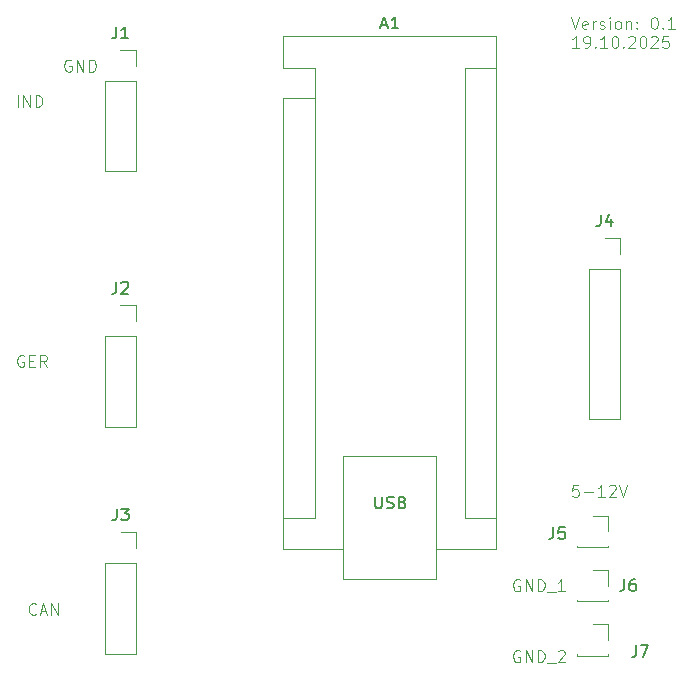
<source format=gbr>
%TF.GenerationSoftware,KiCad,Pcbnew,9.0.5-9.0.5~ubuntu24.04.1*%
%TF.CreationDate,2025-10-19T16:33:04+02:00*%
%TF.ProjectId,MultiClockArduino,4d756c74-6943-46c6-9f63-6b4172647569,0.1*%
%TF.SameCoordinates,Original*%
%TF.FileFunction,Legend,Top*%
%TF.FilePolarity,Positive*%
%FSLAX46Y46*%
G04 Gerber Fmt 4.6, Leading zero omitted, Abs format (unit mm)*
G04 Created by KiCad (PCBNEW 9.0.5-9.0.5~ubuntu24.04.1) date 2025-10-19 16:33:04*
%MOMM*%
%LPD*%
G01*
G04 APERTURE LIST*
%ADD10C,0.100000*%
%ADD11C,0.150000*%
%ADD12C,0.120000*%
G04 APERTURE END LIST*
D10*
X115827693Y-74920038D02*
X115732455Y-74872419D01*
X115732455Y-74872419D02*
X115589598Y-74872419D01*
X115589598Y-74872419D02*
X115446741Y-74920038D01*
X115446741Y-74920038D02*
X115351503Y-75015276D01*
X115351503Y-75015276D02*
X115303884Y-75110514D01*
X115303884Y-75110514D02*
X115256265Y-75300990D01*
X115256265Y-75300990D02*
X115256265Y-75443847D01*
X115256265Y-75443847D02*
X115303884Y-75634323D01*
X115303884Y-75634323D02*
X115351503Y-75729561D01*
X115351503Y-75729561D02*
X115446741Y-75824800D01*
X115446741Y-75824800D02*
X115589598Y-75872419D01*
X115589598Y-75872419D02*
X115684836Y-75872419D01*
X115684836Y-75872419D02*
X115827693Y-75824800D01*
X115827693Y-75824800D02*
X115875312Y-75777180D01*
X115875312Y-75777180D02*
X115875312Y-75443847D01*
X115875312Y-75443847D02*
X115684836Y-75443847D01*
X116303884Y-75872419D02*
X116303884Y-74872419D01*
X116303884Y-74872419D02*
X116875312Y-75872419D01*
X116875312Y-75872419D02*
X116875312Y-74872419D01*
X117351503Y-75872419D02*
X117351503Y-74872419D01*
X117351503Y-74872419D02*
X117589598Y-74872419D01*
X117589598Y-74872419D02*
X117732455Y-74920038D01*
X117732455Y-74920038D02*
X117827693Y-75015276D01*
X117827693Y-75015276D02*
X117875312Y-75110514D01*
X117875312Y-75110514D02*
X117922931Y-75300990D01*
X117922931Y-75300990D02*
X117922931Y-75443847D01*
X117922931Y-75443847D02*
X117875312Y-75634323D01*
X117875312Y-75634323D02*
X117827693Y-75729561D01*
X117827693Y-75729561D02*
X117732455Y-75824800D01*
X117732455Y-75824800D02*
X117589598Y-75872419D01*
X117589598Y-75872419D02*
X117351503Y-75872419D01*
X158161027Y-71262475D02*
X158494360Y-72262475D01*
X158494360Y-72262475D02*
X158827693Y-71262475D01*
X159541979Y-72214856D02*
X159446741Y-72262475D01*
X159446741Y-72262475D02*
X159256265Y-72262475D01*
X159256265Y-72262475D02*
X159161027Y-72214856D01*
X159161027Y-72214856D02*
X159113408Y-72119617D01*
X159113408Y-72119617D02*
X159113408Y-71738665D01*
X159113408Y-71738665D02*
X159161027Y-71643427D01*
X159161027Y-71643427D02*
X159256265Y-71595808D01*
X159256265Y-71595808D02*
X159446741Y-71595808D01*
X159446741Y-71595808D02*
X159541979Y-71643427D01*
X159541979Y-71643427D02*
X159589598Y-71738665D01*
X159589598Y-71738665D02*
X159589598Y-71833903D01*
X159589598Y-71833903D02*
X159113408Y-71929141D01*
X160018170Y-72262475D02*
X160018170Y-71595808D01*
X160018170Y-71786284D02*
X160065789Y-71691046D01*
X160065789Y-71691046D02*
X160113408Y-71643427D01*
X160113408Y-71643427D02*
X160208646Y-71595808D01*
X160208646Y-71595808D02*
X160303884Y-71595808D01*
X160589599Y-72214856D02*
X160684837Y-72262475D01*
X160684837Y-72262475D02*
X160875313Y-72262475D01*
X160875313Y-72262475D02*
X160970551Y-72214856D01*
X160970551Y-72214856D02*
X161018170Y-72119617D01*
X161018170Y-72119617D02*
X161018170Y-72071998D01*
X161018170Y-72071998D02*
X160970551Y-71976760D01*
X160970551Y-71976760D02*
X160875313Y-71929141D01*
X160875313Y-71929141D02*
X160732456Y-71929141D01*
X160732456Y-71929141D02*
X160637218Y-71881522D01*
X160637218Y-71881522D02*
X160589599Y-71786284D01*
X160589599Y-71786284D02*
X160589599Y-71738665D01*
X160589599Y-71738665D02*
X160637218Y-71643427D01*
X160637218Y-71643427D02*
X160732456Y-71595808D01*
X160732456Y-71595808D02*
X160875313Y-71595808D01*
X160875313Y-71595808D02*
X160970551Y-71643427D01*
X161446742Y-72262475D02*
X161446742Y-71595808D01*
X161446742Y-71262475D02*
X161399123Y-71310094D01*
X161399123Y-71310094D02*
X161446742Y-71357713D01*
X161446742Y-71357713D02*
X161494361Y-71310094D01*
X161494361Y-71310094D02*
X161446742Y-71262475D01*
X161446742Y-71262475D02*
X161446742Y-71357713D01*
X162065789Y-72262475D02*
X161970551Y-72214856D01*
X161970551Y-72214856D02*
X161922932Y-72167236D01*
X161922932Y-72167236D02*
X161875313Y-72071998D01*
X161875313Y-72071998D02*
X161875313Y-71786284D01*
X161875313Y-71786284D02*
X161922932Y-71691046D01*
X161922932Y-71691046D02*
X161970551Y-71643427D01*
X161970551Y-71643427D02*
X162065789Y-71595808D01*
X162065789Y-71595808D02*
X162208646Y-71595808D01*
X162208646Y-71595808D02*
X162303884Y-71643427D01*
X162303884Y-71643427D02*
X162351503Y-71691046D01*
X162351503Y-71691046D02*
X162399122Y-71786284D01*
X162399122Y-71786284D02*
X162399122Y-72071998D01*
X162399122Y-72071998D02*
X162351503Y-72167236D01*
X162351503Y-72167236D02*
X162303884Y-72214856D01*
X162303884Y-72214856D02*
X162208646Y-72262475D01*
X162208646Y-72262475D02*
X162065789Y-72262475D01*
X162827694Y-71595808D02*
X162827694Y-72262475D01*
X162827694Y-71691046D02*
X162875313Y-71643427D01*
X162875313Y-71643427D02*
X162970551Y-71595808D01*
X162970551Y-71595808D02*
X163113408Y-71595808D01*
X163113408Y-71595808D02*
X163208646Y-71643427D01*
X163208646Y-71643427D02*
X163256265Y-71738665D01*
X163256265Y-71738665D02*
X163256265Y-72262475D01*
X163732456Y-72167236D02*
X163780075Y-72214856D01*
X163780075Y-72214856D02*
X163732456Y-72262475D01*
X163732456Y-72262475D02*
X163684837Y-72214856D01*
X163684837Y-72214856D02*
X163732456Y-72167236D01*
X163732456Y-72167236D02*
X163732456Y-72262475D01*
X163732456Y-71643427D02*
X163780075Y-71691046D01*
X163780075Y-71691046D02*
X163732456Y-71738665D01*
X163732456Y-71738665D02*
X163684837Y-71691046D01*
X163684837Y-71691046D02*
X163732456Y-71643427D01*
X163732456Y-71643427D02*
X163732456Y-71738665D01*
X165161027Y-71262475D02*
X165256265Y-71262475D01*
X165256265Y-71262475D02*
X165351503Y-71310094D01*
X165351503Y-71310094D02*
X165399122Y-71357713D01*
X165399122Y-71357713D02*
X165446741Y-71452951D01*
X165446741Y-71452951D02*
X165494360Y-71643427D01*
X165494360Y-71643427D02*
X165494360Y-71881522D01*
X165494360Y-71881522D02*
X165446741Y-72071998D01*
X165446741Y-72071998D02*
X165399122Y-72167236D01*
X165399122Y-72167236D02*
X165351503Y-72214856D01*
X165351503Y-72214856D02*
X165256265Y-72262475D01*
X165256265Y-72262475D02*
X165161027Y-72262475D01*
X165161027Y-72262475D02*
X165065789Y-72214856D01*
X165065789Y-72214856D02*
X165018170Y-72167236D01*
X165018170Y-72167236D02*
X164970551Y-72071998D01*
X164970551Y-72071998D02*
X164922932Y-71881522D01*
X164922932Y-71881522D02*
X164922932Y-71643427D01*
X164922932Y-71643427D02*
X164970551Y-71452951D01*
X164970551Y-71452951D02*
X165018170Y-71357713D01*
X165018170Y-71357713D02*
X165065789Y-71310094D01*
X165065789Y-71310094D02*
X165161027Y-71262475D01*
X165922932Y-72167236D02*
X165970551Y-72214856D01*
X165970551Y-72214856D02*
X165922932Y-72262475D01*
X165922932Y-72262475D02*
X165875313Y-72214856D01*
X165875313Y-72214856D02*
X165922932Y-72167236D01*
X165922932Y-72167236D02*
X165922932Y-72262475D01*
X166922931Y-72262475D02*
X166351503Y-72262475D01*
X166637217Y-72262475D02*
X166637217Y-71262475D01*
X166637217Y-71262475D02*
X166541979Y-71405332D01*
X166541979Y-71405332D02*
X166446741Y-71500570D01*
X166446741Y-71500570D02*
X166351503Y-71548189D01*
X158827693Y-73872419D02*
X158256265Y-73872419D01*
X158541979Y-73872419D02*
X158541979Y-72872419D01*
X158541979Y-72872419D02*
X158446741Y-73015276D01*
X158446741Y-73015276D02*
X158351503Y-73110514D01*
X158351503Y-73110514D02*
X158256265Y-73158133D01*
X159303884Y-73872419D02*
X159494360Y-73872419D01*
X159494360Y-73872419D02*
X159589598Y-73824800D01*
X159589598Y-73824800D02*
X159637217Y-73777180D01*
X159637217Y-73777180D02*
X159732455Y-73634323D01*
X159732455Y-73634323D02*
X159780074Y-73443847D01*
X159780074Y-73443847D02*
X159780074Y-73062895D01*
X159780074Y-73062895D02*
X159732455Y-72967657D01*
X159732455Y-72967657D02*
X159684836Y-72920038D01*
X159684836Y-72920038D02*
X159589598Y-72872419D01*
X159589598Y-72872419D02*
X159399122Y-72872419D01*
X159399122Y-72872419D02*
X159303884Y-72920038D01*
X159303884Y-72920038D02*
X159256265Y-72967657D01*
X159256265Y-72967657D02*
X159208646Y-73062895D01*
X159208646Y-73062895D02*
X159208646Y-73300990D01*
X159208646Y-73300990D02*
X159256265Y-73396228D01*
X159256265Y-73396228D02*
X159303884Y-73443847D01*
X159303884Y-73443847D02*
X159399122Y-73491466D01*
X159399122Y-73491466D02*
X159589598Y-73491466D01*
X159589598Y-73491466D02*
X159684836Y-73443847D01*
X159684836Y-73443847D02*
X159732455Y-73396228D01*
X159732455Y-73396228D02*
X159780074Y-73300990D01*
X160208646Y-73777180D02*
X160256265Y-73824800D01*
X160256265Y-73824800D02*
X160208646Y-73872419D01*
X160208646Y-73872419D02*
X160161027Y-73824800D01*
X160161027Y-73824800D02*
X160208646Y-73777180D01*
X160208646Y-73777180D02*
X160208646Y-73872419D01*
X161208645Y-73872419D02*
X160637217Y-73872419D01*
X160922931Y-73872419D02*
X160922931Y-72872419D01*
X160922931Y-72872419D02*
X160827693Y-73015276D01*
X160827693Y-73015276D02*
X160732455Y-73110514D01*
X160732455Y-73110514D02*
X160637217Y-73158133D01*
X161827693Y-72872419D02*
X161922931Y-72872419D01*
X161922931Y-72872419D02*
X162018169Y-72920038D01*
X162018169Y-72920038D02*
X162065788Y-72967657D01*
X162065788Y-72967657D02*
X162113407Y-73062895D01*
X162113407Y-73062895D02*
X162161026Y-73253371D01*
X162161026Y-73253371D02*
X162161026Y-73491466D01*
X162161026Y-73491466D02*
X162113407Y-73681942D01*
X162113407Y-73681942D02*
X162065788Y-73777180D01*
X162065788Y-73777180D02*
X162018169Y-73824800D01*
X162018169Y-73824800D02*
X161922931Y-73872419D01*
X161922931Y-73872419D02*
X161827693Y-73872419D01*
X161827693Y-73872419D02*
X161732455Y-73824800D01*
X161732455Y-73824800D02*
X161684836Y-73777180D01*
X161684836Y-73777180D02*
X161637217Y-73681942D01*
X161637217Y-73681942D02*
X161589598Y-73491466D01*
X161589598Y-73491466D02*
X161589598Y-73253371D01*
X161589598Y-73253371D02*
X161637217Y-73062895D01*
X161637217Y-73062895D02*
X161684836Y-72967657D01*
X161684836Y-72967657D02*
X161732455Y-72920038D01*
X161732455Y-72920038D02*
X161827693Y-72872419D01*
X162589598Y-73777180D02*
X162637217Y-73824800D01*
X162637217Y-73824800D02*
X162589598Y-73872419D01*
X162589598Y-73872419D02*
X162541979Y-73824800D01*
X162541979Y-73824800D02*
X162589598Y-73777180D01*
X162589598Y-73777180D02*
X162589598Y-73872419D01*
X163018169Y-72967657D02*
X163065788Y-72920038D01*
X163065788Y-72920038D02*
X163161026Y-72872419D01*
X163161026Y-72872419D02*
X163399121Y-72872419D01*
X163399121Y-72872419D02*
X163494359Y-72920038D01*
X163494359Y-72920038D02*
X163541978Y-72967657D01*
X163541978Y-72967657D02*
X163589597Y-73062895D01*
X163589597Y-73062895D02*
X163589597Y-73158133D01*
X163589597Y-73158133D02*
X163541978Y-73300990D01*
X163541978Y-73300990D02*
X162970550Y-73872419D01*
X162970550Y-73872419D02*
X163589597Y-73872419D01*
X164208645Y-72872419D02*
X164303883Y-72872419D01*
X164303883Y-72872419D02*
X164399121Y-72920038D01*
X164399121Y-72920038D02*
X164446740Y-72967657D01*
X164446740Y-72967657D02*
X164494359Y-73062895D01*
X164494359Y-73062895D02*
X164541978Y-73253371D01*
X164541978Y-73253371D02*
X164541978Y-73491466D01*
X164541978Y-73491466D02*
X164494359Y-73681942D01*
X164494359Y-73681942D02*
X164446740Y-73777180D01*
X164446740Y-73777180D02*
X164399121Y-73824800D01*
X164399121Y-73824800D02*
X164303883Y-73872419D01*
X164303883Y-73872419D02*
X164208645Y-73872419D01*
X164208645Y-73872419D02*
X164113407Y-73824800D01*
X164113407Y-73824800D02*
X164065788Y-73777180D01*
X164065788Y-73777180D02*
X164018169Y-73681942D01*
X164018169Y-73681942D02*
X163970550Y-73491466D01*
X163970550Y-73491466D02*
X163970550Y-73253371D01*
X163970550Y-73253371D02*
X164018169Y-73062895D01*
X164018169Y-73062895D02*
X164065788Y-72967657D01*
X164065788Y-72967657D02*
X164113407Y-72920038D01*
X164113407Y-72920038D02*
X164208645Y-72872419D01*
X164922931Y-72967657D02*
X164970550Y-72920038D01*
X164970550Y-72920038D02*
X165065788Y-72872419D01*
X165065788Y-72872419D02*
X165303883Y-72872419D01*
X165303883Y-72872419D02*
X165399121Y-72920038D01*
X165399121Y-72920038D02*
X165446740Y-72967657D01*
X165446740Y-72967657D02*
X165494359Y-73062895D01*
X165494359Y-73062895D02*
X165494359Y-73158133D01*
X165494359Y-73158133D02*
X165446740Y-73300990D01*
X165446740Y-73300990D02*
X164875312Y-73872419D01*
X164875312Y-73872419D02*
X165494359Y-73872419D01*
X166399121Y-72872419D02*
X165922931Y-72872419D01*
X165922931Y-72872419D02*
X165875312Y-73348609D01*
X165875312Y-73348609D02*
X165922931Y-73300990D01*
X165922931Y-73300990D02*
X166018169Y-73253371D01*
X166018169Y-73253371D02*
X166256264Y-73253371D01*
X166256264Y-73253371D02*
X166351502Y-73300990D01*
X166351502Y-73300990D02*
X166399121Y-73348609D01*
X166399121Y-73348609D02*
X166446740Y-73443847D01*
X166446740Y-73443847D02*
X166446740Y-73681942D01*
X166446740Y-73681942D02*
X166399121Y-73777180D01*
X166399121Y-73777180D02*
X166351502Y-73824800D01*
X166351502Y-73824800D02*
X166256264Y-73872419D01*
X166256264Y-73872419D02*
X166018169Y-73872419D01*
X166018169Y-73872419D02*
X165922931Y-73824800D01*
X165922931Y-73824800D02*
X165875312Y-73777180D01*
X153827693Y-124920038D02*
X153732455Y-124872419D01*
X153732455Y-124872419D02*
X153589598Y-124872419D01*
X153589598Y-124872419D02*
X153446741Y-124920038D01*
X153446741Y-124920038D02*
X153351503Y-125015276D01*
X153351503Y-125015276D02*
X153303884Y-125110514D01*
X153303884Y-125110514D02*
X153256265Y-125300990D01*
X153256265Y-125300990D02*
X153256265Y-125443847D01*
X153256265Y-125443847D02*
X153303884Y-125634323D01*
X153303884Y-125634323D02*
X153351503Y-125729561D01*
X153351503Y-125729561D02*
X153446741Y-125824800D01*
X153446741Y-125824800D02*
X153589598Y-125872419D01*
X153589598Y-125872419D02*
X153684836Y-125872419D01*
X153684836Y-125872419D02*
X153827693Y-125824800D01*
X153827693Y-125824800D02*
X153875312Y-125777180D01*
X153875312Y-125777180D02*
X153875312Y-125443847D01*
X153875312Y-125443847D02*
X153684836Y-125443847D01*
X154303884Y-125872419D02*
X154303884Y-124872419D01*
X154303884Y-124872419D02*
X154875312Y-125872419D01*
X154875312Y-125872419D02*
X154875312Y-124872419D01*
X155351503Y-125872419D02*
X155351503Y-124872419D01*
X155351503Y-124872419D02*
X155589598Y-124872419D01*
X155589598Y-124872419D02*
X155732455Y-124920038D01*
X155732455Y-124920038D02*
X155827693Y-125015276D01*
X155827693Y-125015276D02*
X155875312Y-125110514D01*
X155875312Y-125110514D02*
X155922931Y-125300990D01*
X155922931Y-125300990D02*
X155922931Y-125443847D01*
X155922931Y-125443847D02*
X155875312Y-125634323D01*
X155875312Y-125634323D02*
X155827693Y-125729561D01*
X155827693Y-125729561D02*
X155732455Y-125824800D01*
X155732455Y-125824800D02*
X155589598Y-125872419D01*
X155589598Y-125872419D02*
X155351503Y-125872419D01*
X156113408Y-125967657D02*
X156875312Y-125967657D01*
X157065789Y-124967657D02*
X157113408Y-124920038D01*
X157113408Y-124920038D02*
X157208646Y-124872419D01*
X157208646Y-124872419D02*
X157446741Y-124872419D01*
X157446741Y-124872419D02*
X157541979Y-124920038D01*
X157541979Y-124920038D02*
X157589598Y-124967657D01*
X157589598Y-124967657D02*
X157637217Y-125062895D01*
X157637217Y-125062895D02*
X157637217Y-125158133D01*
X157637217Y-125158133D02*
X157589598Y-125300990D01*
X157589598Y-125300990D02*
X157018170Y-125872419D01*
X157018170Y-125872419D02*
X157637217Y-125872419D01*
X153827693Y-118920038D02*
X153732455Y-118872419D01*
X153732455Y-118872419D02*
X153589598Y-118872419D01*
X153589598Y-118872419D02*
X153446741Y-118920038D01*
X153446741Y-118920038D02*
X153351503Y-119015276D01*
X153351503Y-119015276D02*
X153303884Y-119110514D01*
X153303884Y-119110514D02*
X153256265Y-119300990D01*
X153256265Y-119300990D02*
X153256265Y-119443847D01*
X153256265Y-119443847D02*
X153303884Y-119634323D01*
X153303884Y-119634323D02*
X153351503Y-119729561D01*
X153351503Y-119729561D02*
X153446741Y-119824800D01*
X153446741Y-119824800D02*
X153589598Y-119872419D01*
X153589598Y-119872419D02*
X153684836Y-119872419D01*
X153684836Y-119872419D02*
X153827693Y-119824800D01*
X153827693Y-119824800D02*
X153875312Y-119777180D01*
X153875312Y-119777180D02*
X153875312Y-119443847D01*
X153875312Y-119443847D02*
X153684836Y-119443847D01*
X154303884Y-119872419D02*
X154303884Y-118872419D01*
X154303884Y-118872419D02*
X154875312Y-119872419D01*
X154875312Y-119872419D02*
X154875312Y-118872419D01*
X155351503Y-119872419D02*
X155351503Y-118872419D01*
X155351503Y-118872419D02*
X155589598Y-118872419D01*
X155589598Y-118872419D02*
X155732455Y-118920038D01*
X155732455Y-118920038D02*
X155827693Y-119015276D01*
X155827693Y-119015276D02*
X155875312Y-119110514D01*
X155875312Y-119110514D02*
X155922931Y-119300990D01*
X155922931Y-119300990D02*
X155922931Y-119443847D01*
X155922931Y-119443847D02*
X155875312Y-119634323D01*
X155875312Y-119634323D02*
X155827693Y-119729561D01*
X155827693Y-119729561D02*
X155732455Y-119824800D01*
X155732455Y-119824800D02*
X155589598Y-119872419D01*
X155589598Y-119872419D02*
X155351503Y-119872419D01*
X156113408Y-119967657D02*
X156875312Y-119967657D01*
X157637217Y-119872419D02*
X157065789Y-119872419D01*
X157351503Y-119872419D02*
X157351503Y-118872419D01*
X157351503Y-118872419D02*
X157256265Y-119015276D01*
X157256265Y-119015276D02*
X157161027Y-119110514D01*
X157161027Y-119110514D02*
X157065789Y-119158133D01*
X158780074Y-110872419D02*
X158303884Y-110872419D01*
X158303884Y-110872419D02*
X158256265Y-111348609D01*
X158256265Y-111348609D02*
X158303884Y-111300990D01*
X158303884Y-111300990D02*
X158399122Y-111253371D01*
X158399122Y-111253371D02*
X158637217Y-111253371D01*
X158637217Y-111253371D02*
X158732455Y-111300990D01*
X158732455Y-111300990D02*
X158780074Y-111348609D01*
X158780074Y-111348609D02*
X158827693Y-111443847D01*
X158827693Y-111443847D02*
X158827693Y-111681942D01*
X158827693Y-111681942D02*
X158780074Y-111777180D01*
X158780074Y-111777180D02*
X158732455Y-111824800D01*
X158732455Y-111824800D02*
X158637217Y-111872419D01*
X158637217Y-111872419D02*
X158399122Y-111872419D01*
X158399122Y-111872419D02*
X158303884Y-111824800D01*
X158303884Y-111824800D02*
X158256265Y-111777180D01*
X159256265Y-111491466D02*
X160018170Y-111491466D01*
X161018169Y-111872419D02*
X160446741Y-111872419D01*
X160732455Y-111872419D02*
X160732455Y-110872419D01*
X160732455Y-110872419D02*
X160637217Y-111015276D01*
X160637217Y-111015276D02*
X160541979Y-111110514D01*
X160541979Y-111110514D02*
X160446741Y-111158133D01*
X161399122Y-110967657D02*
X161446741Y-110920038D01*
X161446741Y-110920038D02*
X161541979Y-110872419D01*
X161541979Y-110872419D02*
X161780074Y-110872419D01*
X161780074Y-110872419D02*
X161875312Y-110920038D01*
X161875312Y-110920038D02*
X161922931Y-110967657D01*
X161922931Y-110967657D02*
X161970550Y-111062895D01*
X161970550Y-111062895D02*
X161970550Y-111158133D01*
X161970550Y-111158133D02*
X161922931Y-111300990D01*
X161922931Y-111300990D02*
X161351503Y-111872419D01*
X161351503Y-111872419D02*
X161970550Y-111872419D01*
X162256265Y-110872419D02*
X162589598Y-111872419D01*
X162589598Y-111872419D02*
X162922931Y-110872419D01*
X112875312Y-121777180D02*
X112827693Y-121824800D01*
X112827693Y-121824800D02*
X112684836Y-121872419D01*
X112684836Y-121872419D02*
X112589598Y-121872419D01*
X112589598Y-121872419D02*
X112446741Y-121824800D01*
X112446741Y-121824800D02*
X112351503Y-121729561D01*
X112351503Y-121729561D02*
X112303884Y-121634323D01*
X112303884Y-121634323D02*
X112256265Y-121443847D01*
X112256265Y-121443847D02*
X112256265Y-121300990D01*
X112256265Y-121300990D02*
X112303884Y-121110514D01*
X112303884Y-121110514D02*
X112351503Y-121015276D01*
X112351503Y-121015276D02*
X112446741Y-120920038D01*
X112446741Y-120920038D02*
X112589598Y-120872419D01*
X112589598Y-120872419D02*
X112684836Y-120872419D01*
X112684836Y-120872419D02*
X112827693Y-120920038D01*
X112827693Y-120920038D02*
X112875312Y-120967657D01*
X113256265Y-121586704D02*
X113732455Y-121586704D01*
X113161027Y-121872419D02*
X113494360Y-120872419D01*
X113494360Y-120872419D02*
X113827693Y-121872419D01*
X114161027Y-121872419D02*
X114161027Y-120872419D01*
X114161027Y-120872419D02*
X114732455Y-121872419D01*
X114732455Y-121872419D02*
X114732455Y-120872419D01*
X111827693Y-99920038D02*
X111732455Y-99872419D01*
X111732455Y-99872419D02*
X111589598Y-99872419D01*
X111589598Y-99872419D02*
X111446741Y-99920038D01*
X111446741Y-99920038D02*
X111351503Y-100015276D01*
X111351503Y-100015276D02*
X111303884Y-100110514D01*
X111303884Y-100110514D02*
X111256265Y-100300990D01*
X111256265Y-100300990D02*
X111256265Y-100443847D01*
X111256265Y-100443847D02*
X111303884Y-100634323D01*
X111303884Y-100634323D02*
X111351503Y-100729561D01*
X111351503Y-100729561D02*
X111446741Y-100824800D01*
X111446741Y-100824800D02*
X111589598Y-100872419D01*
X111589598Y-100872419D02*
X111684836Y-100872419D01*
X111684836Y-100872419D02*
X111827693Y-100824800D01*
X111827693Y-100824800D02*
X111875312Y-100777180D01*
X111875312Y-100777180D02*
X111875312Y-100443847D01*
X111875312Y-100443847D02*
X111684836Y-100443847D01*
X112303884Y-100348609D02*
X112637217Y-100348609D01*
X112780074Y-100872419D02*
X112303884Y-100872419D01*
X112303884Y-100872419D02*
X112303884Y-99872419D01*
X112303884Y-99872419D02*
X112780074Y-99872419D01*
X113780074Y-100872419D02*
X113446741Y-100396228D01*
X113208646Y-100872419D02*
X113208646Y-99872419D01*
X113208646Y-99872419D02*
X113589598Y-99872419D01*
X113589598Y-99872419D02*
X113684836Y-99920038D01*
X113684836Y-99920038D02*
X113732455Y-99967657D01*
X113732455Y-99967657D02*
X113780074Y-100062895D01*
X113780074Y-100062895D02*
X113780074Y-100205752D01*
X113780074Y-100205752D02*
X113732455Y-100300990D01*
X113732455Y-100300990D02*
X113684836Y-100348609D01*
X113684836Y-100348609D02*
X113589598Y-100396228D01*
X113589598Y-100396228D02*
X113208646Y-100396228D01*
X111303884Y-78872419D02*
X111303884Y-77872419D01*
X111780074Y-78872419D02*
X111780074Y-77872419D01*
X111780074Y-77872419D02*
X112351502Y-78872419D01*
X112351502Y-78872419D02*
X112351502Y-77872419D01*
X112827693Y-78872419D02*
X112827693Y-77872419D01*
X112827693Y-77872419D02*
X113065788Y-77872419D01*
X113065788Y-77872419D02*
X113208645Y-77920038D01*
X113208645Y-77920038D02*
X113303883Y-78015276D01*
X113303883Y-78015276D02*
X113351502Y-78110514D01*
X113351502Y-78110514D02*
X113399121Y-78300990D01*
X113399121Y-78300990D02*
X113399121Y-78443847D01*
X113399121Y-78443847D02*
X113351502Y-78634323D01*
X113351502Y-78634323D02*
X113303883Y-78729561D01*
X113303883Y-78729561D02*
X113208645Y-78824800D01*
X113208645Y-78824800D02*
X113065788Y-78872419D01*
X113065788Y-78872419D02*
X112827693Y-78872419D01*
D11*
X163666666Y-124454819D02*
X163666666Y-125169104D01*
X163666666Y-125169104D02*
X163619047Y-125311961D01*
X163619047Y-125311961D02*
X163523809Y-125407200D01*
X163523809Y-125407200D02*
X163380952Y-125454819D01*
X163380952Y-125454819D02*
X163285714Y-125454819D01*
X164047619Y-124454819D02*
X164714285Y-124454819D01*
X164714285Y-124454819D02*
X164285714Y-125454819D01*
X162666666Y-118854819D02*
X162666666Y-119569104D01*
X162666666Y-119569104D02*
X162619047Y-119711961D01*
X162619047Y-119711961D02*
X162523809Y-119807200D01*
X162523809Y-119807200D02*
X162380952Y-119854819D01*
X162380952Y-119854819D02*
X162285714Y-119854819D01*
X163571428Y-118854819D02*
X163380952Y-118854819D01*
X163380952Y-118854819D02*
X163285714Y-118902438D01*
X163285714Y-118902438D02*
X163238095Y-118950057D01*
X163238095Y-118950057D02*
X163142857Y-119092914D01*
X163142857Y-119092914D02*
X163095238Y-119283390D01*
X163095238Y-119283390D02*
X163095238Y-119664342D01*
X163095238Y-119664342D02*
X163142857Y-119759580D01*
X163142857Y-119759580D02*
X163190476Y-119807200D01*
X163190476Y-119807200D02*
X163285714Y-119854819D01*
X163285714Y-119854819D02*
X163476190Y-119854819D01*
X163476190Y-119854819D02*
X163571428Y-119807200D01*
X163571428Y-119807200D02*
X163619047Y-119759580D01*
X163619047Y-119759580D02*
X163666666Y-119664342D01*
X163666666Y-119664342D02*
X163666666Y-119426247D01*
X163666666Y-119426247D02*
X163619047Y-119331009D01*
X163619047Y-119331009D02*
X163571428Y-119283390D01*
X163571428Y-119283390D02*
X163476190Y-119235771D01*
X163476190Y-119235771D02*
X163285714Y-119235771D01*
X163285714Y-119235771D02*
X163190476Y-119283390D01*
X163190476Y-119283390D02*
X163142857Y-119331009D01*
X163142857Y-119331009D02*
X163095238Y-119426247D01*
X156666666Y-114454819D02*
X156666666Y-115169104D01*
X156666666Y-115169104D02*
X156619047Y-115311961D01*
X156619047Y-115311961D02*
X156523809Y-115407200D01*
X156523809Y-115407200D02*
X156380952Y-115454819D01*
X156380952Y-115454819D02*
X156285714Y-115454819D01*
X157619047Y-114454819D02*
X157142857Y-114454819D01*
X157142857Y-114454819D02*
X157095238Y-114931009D01*
X157095238Y-114931009D02*
X157142857Y-114883390D01*
X157142857Y-114883390D02*
X157238095Y-114835771D01*
X157238095Y-114835771D02*
X157476190Y-114835771D01*
X157476190Y-114835771D02*
X157571428Y-114883390D01*
X157571428Y-114883390D02*
X157619047Y-114931009D01*
X157619047Y-114931009D02*
X157666666Y-115026247D01*
X157666666Y-115026247D02*
X157666666Y-115264342D01*
X157666666Y-115264342D02*
X157619047Y-115359580D01*
X157619047Y-115359580D02*
X157571428Y-115407200D01*
X157571428Y-115407200D02*
X157476190Y-115454819D01*
X157476190Y-115454819D02*
X157238095Y-115454819D01*
X157238095Y-115454819D02*
X157142857Y-115407200D01*
X157142857Y-115407200D02*
X157095238Y-115359580D01*
X160666666Y-87984819D02*
X160666666Y-88699104D01*
X160666666Y-88699104D02*
X160619047Y-88841961D01*
X160619047Y-88841961D02*
X160523809Y-88937200D01*
X160523809Y-88937200D02*
X160380952Y-88984819D01*
X160380952Y-88984819D02*
X160285714Y-88984819D01*
X161571428Y-88318152D02*
X161571428Y-88984819D01*
X161333333Y-87937200D02*
X161095238Y-88651485D01*
X161095238Y-88651485D02*
X161714285Y-88651485D01*
X119691666Y-112884819D02*
X119691666Y-113599104D01*
X119691666Y-113599104D02*
X119644047Y-113741961D01*
X119644047Y-113741961D02*
X119548809Y-113837200D01*
X119548809Y-113837200D02*
X119405952Y-113884819D01*
X119405952Y-113884819D02*
X119310714Y-113884819D01*
X120072619Y-112884819D02*
X120691666Y-112884819D01*
X120691666Y-112884819D02*
X120358333Y-113265771D01*
X120358333Y-113265771D02*
X120501190Y-113265771D01*
X120501190Y-113265771D02*
X120596428Y-113313390D01*
X120596428Y-113313390D02*
X120644047Y-113361009D01*
X120644047Y-113361009D02*
X120691666Y-113456247D01*
X120691666Y-113456247D02*
X120691666Y-113694342D01*
X120691666Y-113694342D02*
X120644047Y-113789580D01*
X120644047Y-113789580D02*
X120596428Y-113837200D01*
X120596428Y-113837200D02*
X120501190Y-113884819D01*
X120501190Y-113884819D02*
X120215476Y-113884819D01*
X120215476Y-113884819D02*
X120120238Y-113837200D01*
X120120238Y-113837200D02*
X120072619Y-113789580D01*
X119666666Y-93684819D02*
X119666666Y-94399104D01*
X119666666Y-94399104D02*
X119619047Y-94541961D01*
X119619047Y-94541961D02*
X119523809Y-94637200D01*
X119523809Y-94637200D02*
X119380952Y-94684819D01*
X119380952Y-94684819D02*
X119285714Y-94684819D01*
X120095238Y-93780057D02*
X120142857Y-93732438D01*
X120142857Y-93732438D02*
X120238095Y-93684819D01*
X120238095Y-93684819D02*
X120476190Y-93684819D01*
X120476190Y-93684819D02*
X120571428Y-93732438D01*
X120571428Y-93732438D02*
X120619047Y-93780057D01*
X120619047Y-93780057D02*
X120666666Y-93875295D01*
X120666666Y-93875295D02*
X120666666Y-93970533D01*
X120666666Y-93970533D02*
X120619047Y-94113390D01*
X120619047Y-94113390D02*
X120047619Y-94684819D01*
X120047619Y-94684819D02*
X120666666Y-94684819D01*
X119666666Y-72064819D02*
X119666666Y-72779104D01*
X119666666Y-72779104D02*
X119619047Y-72921961D01*
X119619047Y-72921961D02*
X119523809Y-73017200D01*
X119523809Y-73017200D02*
X119380952Y-73064819D01*
X119380952Y-73064819D02*
X119285714Y-73064819D01*
X120666666Y-73064819D02*
X120095238Y-73064819D01*
X120380952Y-73064819D02*
X120380952Y-72064819D01*
X120380952Y-72064819D02*
X120285714Y-72207676D01*
X120285714Y-72207676D02*
X120190476Y-72302914D01*
X120190476Y-72302914D02*
X120095238Y-72350533D01*
X142105714Y-71929104D02*
X142581904Y-71929104D01*
X142010476Y-72214819D02*
X142343809Y-71214819D01*
X142343809Y-71214819D02*
X142677142Y-72214819D01*
X143534285Y-72214819D02*
X142962857Y-72214819D01*
X143248571Y-72214819D02*
X143248571Y-71214819D01*
X143248571Y-71214819D02*
X143153333Y-71357676D01*
X143153333Y-71357676D02*
X143058095Y-71452914D01*
X143058095Y-71452914D02*
X142962857Y-71500533D01*
X141558095Y-111854819D02*
X141558095Y-112664342D01*
X141558095Y-112664342D02*
X141605714Y-112759580D01*
X141605714Y-112759580D02*
X141653333Y-112807200D01*
X141653333Y-112807200D02*
X141748571Y-112854819D01*
X141748571Y-112854819D02*
X141939047Y-112854819D01*
X141939047Y-112854819D02*
X142034285Y-112807200D01*
X142034285Y-112807200D02*
X142081904Y-112759580D01*
X142081904Y-112759580D02*
X142129523Y-112664342D01*
X142129523Y-112664342D02*
X142129523Y-111854819D01*
X142558095Y-112807200D02*
X142700952Y-112854819D01*
X142700952Y-112854819D02*
X142939047Y-112854819D01*
X142939047Y-112854819D02*
X143034285Y-112807200D01*
X143034285Y-112807200D02*
X143081904Y-112759580D01*
X143081904Y-112759580D02*
X143129523Y-112664342D01*
X143129523Y-112664342D02*
X143129523Y-112569104D01*
X143129523Y-112569104D02*
X143081904Y-112473866D01*
X143081904Y-112473866D02*
X143034285Y-112426247D01*
X143034285Y-112426247D02*
X142939047Y-112378628D01*
X142939047Y-112378628D02*
X142748571Y-112331009D01*
X142748571Y-112331009D02*
X142653333Y-112283390D01*
X142653333Y-112283390D02*
X142605714Y-112235771D01*
X142605714Y-112235771D02*
X142558095Y-112140533D01*
X142558095Y-112140533D02*
X142558095Y-112045295D01*
X142558095Y-112045295D02*
X142605714Y-111950057D01*
X142605714Y-111950057D02*
X142653333Y-111902438D01*
X142653333Y-111902438D02*
X142748571Y-111854819D01*
X142748571Y-111854819D02*
X142986666Y-111854819D01*
X142986666Y-111854819D02*
X143129523Y-111902438D01*
X143891428Y-112331009D02*
X144034285Y-112378628D01*
X144034285Y-112378628D02*
X144081904Y-112426247D01*
X144081904Y-112426247D02*
X144129523Y-112521485D01*
X144129523Y-112521485D02*
X144129523Y-112664342D01*
X144129523Y-112664342D02*
X144081904Y-112759580D01*
X144081904Y-112759580D02*
X144034285Y-112807200D01*
X144034285Y-112807200D02*
X143939047Y-112854819D01*
X143939047Y-112854819D02*
X143558095Y-112854819D01*
X143558095Y-112854819D02*
X143558095Y-111854819D01*
X143558095Y-111854819D02*
X143891428Y-111854819D01*
X143891428Y-111854819D02*
X143986666Y-111902438D01*
X143986666Y-111902438D02*
X144034285Y-111950057D01*
X144034285Y-111950057D02*
X144081904Y-112045295D01*
X144081904Y-112045295D02*
X144081904Y-112140533D01*
X144081904Y-112140533D02*
X144034285Y-112235771D01*
X144034285Y-112235771D02*
X143986666Y-112283390D01*
X143986666Y-112283390D02*
X143891428Y-112331009D01*
X143891428Y-112331009D02*
X143558095Y-112331009D01*
D12*
%TO.C,J7*%
X158670000Y-125210000D02*
X158670000Y-125330000D01*
X158670000Y-125330000D02*
X161330000Y-125330000D01*
X160000000Y-122670000D02*
X161330000Y-122670000D01*
X161330000Y-122670000D02*
X161330000Y-124000000D01*
X161330000Y-125210000D02*
X161330000Y-125330000D01*
%TO.C,J6*%
X158670000Y-120610000D02*
X158670000Y-120730000D01*
X158670000Y-120730000D02*
X161330000Y-120730000D01*
X160000000Y-118070000D02*
X161330000Y-118070000D01*
X161330000Y-118070000D02*
X161330000Y-119400000D01*
X161330000Y-120610000D02*
X161330000Y-120730000D01*
%TO.C,J5*%
X158670000Y-116010000D02*
X158670000Y-116130000D01*
X158670000Y-116130000D02*
X161330000Y-116130000D01*
X160000000Y-113470000D02*
X161330000Y-113470000D01*
X161330000Y-113470000D02*
X161330000Y-114800000D01*
X161330000Y-116010000D02*
X161330000Y-116130000D01*
%TO.C,J4*%
X159670000Y-92570000D02*
X159670000Y-105330000D01*
X159670000Y-92570000D02*
X162330000Y-92570000D01*
X159670000Y-105330000D02*
X162330000Y-105330000D01*
X161000000Y-89970000D02*
X162330000Y-89970000D01*
X162330000Y-89970000D02*
X162330000Y-91300000D01*
X162330000Y-92570000D02*
X162330000Y-105330000D01*
%TO.C,J3*%
X118695000Y-117470000D02*
X118695000Y-125150000D01*
X118695000Y-117470000D02*
X121355000Y-117470000D01*
X118695000Y-125150000D02*
X121355000Y-125150000D01*
X120025000Y-114870000D02*
X121355000Y-114870000D01*
X121355000Y-114870000D02*
X121355000Y-116200000D01*
X121355000Y-117470000D02*
X121355000Y-125150000D01*
%TO.C,J2*%
X118670000Y-98270000D02*
X118670000Y-105950000D01*
X118670000Y-98270000D02*
X121330000Y-98270000D01*
X118670000Y-105950000D02*
X121330000Y-105950000D01*
X120000000Y-95670000D02*
X121330000Y-95670000D01*
X121330000Y-95670000D02*
X121330000Y-97000000D01*
X121330000Y-98270000D02*
X121330000Y-105950000D01*
%TO.C,J1*%
X118670000Y-76650000D02*
X118670000Y-84330000D01*
X118670000Y-76650000D02*
X121330000Y-76650000D01*
X118670000Y-84330000D02*
X121330000Y-84330000D01*
X120000000Y-74050000D02*
X121330000Y-74050000D01*
X121330000Y-74050000D02*
X121330000Y-75380000D01*
X121330000Y-76650000D02*
X121330000Y-84330000D01*
%TO.C,A1*%
X133800000Y-72900000D02*
X133800000Y-75570000D01*
X133800000Y-78110000D02*
X133800000Y-116340000D01*
X133800000Y-116340000D02*
X138880000Y-116340000D01*
X136470000Y-75570000D02*
X133800000Y-75570000D01*
X136470000Y-78110000D02*
X133800000Y-78110000D01*
X136470000Y-78110000D02*
X136470000Y-75570000D01*
X136470000Y-78110000D02*
X136470000Y-113670000D01*
X136470000Y-113670000D02*
X133800000Y-113670000D01*
X138880000Y-108460000D02*
X146760000Y-108460000D01*
X138880000Y-118880000D02*
X138880000Y-108460000D01*
X146760000Y-108460000D02*
X146760000Y-118880000D01*
X146760000Y-118880000D02*
X138880000Y-118880000D01*
X149170000Y-75570000D02*
X149170000Y-113670000D01*
X149170000Y-75570000D02*
X151840000Y-75570000D01*
X149170000Y-113670000D02*
X151840000Y-113670000D01*
X151840000Y-72900000D02*
X133800000Y-72900000D01*
X151840000Y-116340000D02*
X146760000Y-116340000D01*
X151840000Y-116340000D02*
X151840000Y-72900000D01*
%TD*%
M02*

</source>
